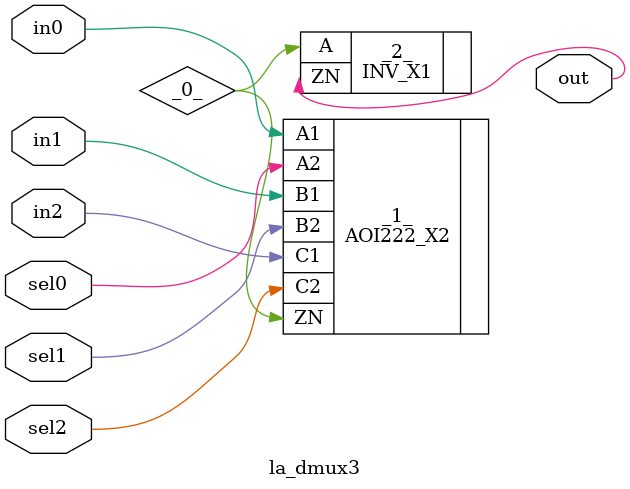
<source format=v>

/* Generated by Yosys 0.37 (git sha1 a5c7f69ed, clang 14.0.0-1ubuntu1.1 -fPIC -Os) */

module la_dmux3(sel0, sel1, sel2, in0, in1, in2, out);
  wire _0_;
  input in0;
  wire in0;
  input in1;
  wire in1;
  input in2;
  wire in2;
  output out;
  wire out;
  input sel0;
  wire sel0;
  input sel1;
  wire sel1;
  input sel2;
  wire sel2;
  AOI222_X2 _1_ (
    .A1(in0),
    .A2(sel0),
    .B1(in1),
    .B2(sel1),
    .C1(in2),
    .C2(sel2),
    .ZN(_0_)
  );
  INV_X1 _2_ (
    .A(_0_),
    .ZN(out)
  );
endmodule

</source>
